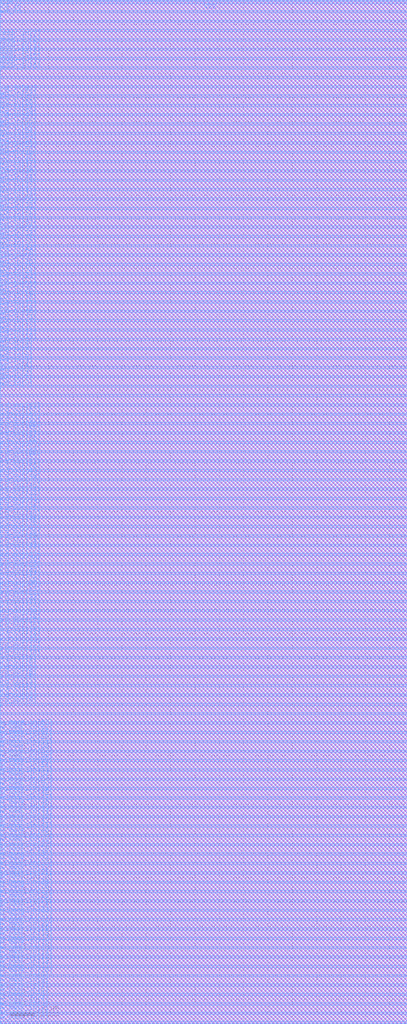
<source format=lef>
# Generated by FakeRAM 2.0
VERSION 5.7 ;
BUSBITCHARS "[]" ;
PROPERTYDEFINITIONS
  MACRO width INTEGER ;
  MACRO depth INTEGER ;
  MACRO banks INTEGER ;
END PROPERTYDEFINITIONS
MACRO fakeram7_sp_256x64
  PROPERTY width 64 ;
  PROPERTY depth 256 ;
  PROPERTY banks 2 ;
  FOREIGN fakeram7_sp_256x64 0 0 ;
  SYMMETRY X Y ;
  SIZE 16.720 BY 42.000 ;
  CLASS BLOCK ;
  PIN w_mask_in[0]
    DIRECTION INPUT ;
    USE SIGNAL ;
    SHAPE ABUTMENT ;
    PORT
      LAYER M4 ;
      RECT 0.000 0.048 0.024 0.072 ;
    END
  END w_mask_in[0]
  PIN w_mask_in[1]
    DIRECTION INPUT ;
    USE SIGNAL ;
    SHAPE ABUTMENT ;
    PORT
      LAYER M4 ;
      RECT 0.000 0.240 0.024 0.264 ;
    END
  END w_mask_in[1]
  PIN w_mask_in[2]
    DIRECTION INPUT ;
    USE SIGNAL ;
    SHAPE ABUTMENT ;
    PORT
      LAYER M4 ;
      RECT 0.000 0.432 0.024 0.456 ;
    END
  END w_mask_in[2]
  PIN w_mask_in[3]
    DIRECTION INPUT ;
    USE SIGNAL ;
    SHAPE ABUTMENT ;
    PORT
      LAYER M4 ;
      RECT 0.000 0.624 0.024 0.648 ;
    END
  END w_mask_in[3]
  PIN w_mask_in[4]
    DIRECTION INPUT ;
    USE SIGNAL ;
    SHAPE ABUTMENT ;
    PORT
      LAYER M4 ;
      RECT 0.000 0.816 0.024 0.840 ;
    END
  END w_mask_in[4]
  PIN w_mask_in[5]
    DIRECTION INPUT ;
    USE SIGNAL ;
    SHAPE ABUTMENT ;
    PORT
      LAYER M4 ;
      RECT 0.000 1.008 0.024 1.032 ;
    END
  END w_mask_in[5]
  PIN w_mask_in[6]
    DIRECTION INPUT ;
    USE SIGNAL ;
    SHAPE ABUTMENT ;
    PORT
      LAYER M4 ;
      RECT 0.000 1.200 0.024 1.224 ;
    END
  END w_mask_in[6]
  PIN w_mask_in[7]
    DIRECTION INPUT ;
    USE SIGNAL ;
    SHAPE ABUTMENT ;
    PORT
      LAYER M4 ;
      RECT 0.000 1.392 0.024 1.416 ;
    END
  END w_mask_in[7]
  PIN w_mask_in[8]
    DIRECTION INPUT ;
    USE SIGNAL ;
    SHAPE ABUTMENT ;
    PORT
      LAYER M4 ;
      RECT 0.000 1.584 0.024 1.608 ;
    END
  END w_mask_in[8]
  PIN w_mask_in[9]
    DIRECTION INPUT ;
    USE SIGNAL ;
    SHAPE ABUTMENT ;
    PORT
      LAYER M4 ;
      RECT 0.000 1.776 0.024 1.800 ;
    END
  END w_mask_in[9]
  PIN w_mask_in[10]
    DIRECTION INPUT ;
    USE SIGNAL ;
    SHAPE ABUTMENT ;
    PORT
      LAYER M4 ;
      RECT 0.000 1.968 0.024 1.992 ;
    END
  END w_mask_in[10]
  PIN w_mask_in[11]
    DIRECTION INPUT ;
    USE SIGNAL ;
    SHAPE ABUTMENT ;
    PORT
      LAYER M4 ;
      RECT 0.000 2.160 0.024 2.184 ;
    END
  END w_mask_in[11]
  PIN w_mask_in[12]
    DIRECTION INPUT ;
    USE SIGNAL ;
    SHAPE ABUTMENT ;
    PORT
      LAYER M4 ;
      RECT 0.000 2.352 0.024 2.376 ;
    END
  END w_mask_in[12]
  PIN w_mask_in[13]
    DIRECTION INPUT ;
    USE SIGNAL ;
    SHAPE ABUTMENT ;
    PORT
      LAYER M4 ;
      RECT 0.000 2.544 0.024 2.568 ;
    END
  END w_mask_in[13]
  PIN w_mask_in[14]
    DIRECTION INPUT ;
    USE SIGNAL ;
    SHAPE ABUTMENT ;
    PORT
      LAYER M4 ;
      RECT 0.000 2.736 0.024 2.760 ;
    END
  END w_mask_in[14]
  PIN w_mask_in[15]
    DIRECTION INPUT ;
    USE SIGNAL ;
    SHAPE ABUTMENT ;
    PORT
      LAYER M4 ;
      RECT 0.000 2.928 0.024 2.952 ;
    END
  END w_mask_in[15]
  PIN w_mask_in[16]
    DIRECTION INPUT ;
    USE SIGNAL ;
    SHAPE ABUTMENT ;
    PORT
      LAYER M4 ;
      RECT 0.000 3.120 0.024 3.144 ;
    END
  END w_mask_in[16]
  PIN w_mask_in[17]
    DIRECTION INPUT ;
    USE SIGNAL ;
    SHAPE ABUTMENT ;
    PORT
      LAYER M4 ;
      RECT 0.000 3.312 0.024 3.336 ;
    END
  END w_mask_in[17]
  PIN w_mask_in[18]
    DIRECTION INPUT ;
    USE SIGNAL ;
    SHAPE ABUTMENT ;
    PORT
      LAYER M4 ;
      RECT 0.000 3.504 0.024 3.528 ;
    END
  END w_mask_in[18]
  PIN w_mask_in[19]
    DIRECTION INPUT ;
    USE SIGNAL ;
    SHAPE ABUTMENT ;
    PORT
      LAYER M4 ;
      RECT 0.000 3.696 0.024 3.720 ;
    END
  END w_mask_in[19]
  PIN w_mask_in[20]
    DIRECTION INPUT ;
    USE SIGNAL ;
    SHAPE ABUTMENT ;
    PORT
      LAYER M4 ;
      RECT 0.000 3.888 0.024 3.912 ;
    END
  END w_mask_in[20]
  PIN w_mask_in[21]
    DIRECTION INPUT ;
    USE SIGNAL ;
    SHAPE ABUTMENT ;
    PORT
      LAYER M4 ;
      RECT 0.000 4.080 0.024 4.104 ;
    END
  END w_mask_in[21]
  PIN w_mask_in[22]
    DIRECTION INPUT ;
    USE SIGNAL ;
    SHAPE ABUTMENT ;
    PORT
      LAYER M4 ;
      RECT 0.000 4.272 0.024 4.296 ;
    END
  END w_mask_in[22]
  PIN w_mask_in[23]
    DIRECTION INPUT ;
    USE SIGNAL ;
    SHAPE ABUTMENT ;
    PORT
      LAYER M4 ;
      RECT 0.000 4.464 0.024 4.488 ;
    END
  END w_mask_in[23]
  PIN w_mask_in[24]
    DIRECTION INPUT ;
    USE SIGNAL ;
    SHAPE ABUTMENT ;
    PORT
      LAYER M4 ;
      RECT 0.000 4.656 0.024 4.680 ;
    END
  END w_mask_in[24]
  PIN w_mask_in[25]
    DIRECTION INPUT ;
    USE SIGNAL ;
    SHAPE ABUTMENT ;
    PORT
      LAYER M4 ;
      RECT 0.000 4.848 0.024 4.872 ;
    END
  END w_mask_in[25]
  PIN w_mask_in[26]
    DIRECTION INPUT ;
    USE SIGNAL ;
    SHAPE ABUTMENT ;
    PORT
      LAYER M4 ;
      RECT 0.000 5.040 0.024 5.064 ;
    END
  END w_mask_in[26]
  PIN w_mask_in[27]
    DIRECTION INPUT ;
    USE SIGNAL ;
    SHAPE ABUTMENT ;
    PORT
      LAYER M4 ;
      RECT 0.000 5.232 0.024 5.256 ;
    END
  END w_mask_in[27]
  PIN w_mask_in[28]
    DIRECTION INPUT ;
    USE SIGNAL ;
    SHAPE ABUTMENT ;
    PORT
      LAYER M4 ;
      RECT 0.000 5.424 0.024 5.448 ;
    END
  END w_mask_in[28]
  PIN w_mask_in[29]
    DIRECTION INPUT ;
    USE SIGNAL ;
    SHAPE ABUTMENT ;
    PORT
      LAYER M4 ;
      RECT 0.000 5.616 0.024 5.640 ;
    END
  END w_mask_in[29]
  PIN w_mask_in[30]
    DIRECTION INPUT ;
    USE SIGNAL ;
    SHAPE ABUTMENT ;
    PORT
      LAYER M4 ;
      RECT 0.000 5.808 0.024 5.832 ;
    END
  END w_mask_in[30]
  PIN w_mask_in[31]
    DIRECTION INPUT ;
    USE SIGNAL ;
    SHAPE ABUTMENT ;
    PORT
      LAYER M4 ;
      RECT 0.000 6.000 0.024 6.024 ;
    END
  END w_mask_in[31]
  PIN w_mask_in[32]
    DIRECTION INPUT ;
    USE SIGNAL ;
    SHAPE ABUTMENT ;
    PORT
      LAYER M4 ;
      RECT 0.000 6.192 0.024 6.216 ;
    END
  END w_mask_in[32]
  PIN w_mask_in[33]
    DIRECTION INPUT ;
    USE SIGNAL ;
    SHAPE ABUTMENT ;
    PORT
      LAYER M4 ;
      RECT 0.000 6.384 0.024 6.408 ;
    END
  END w_mask_in[33]
  PIN w_mask_in[34]
    DIRECTION INPUT ;
    USE SIGNAL ;
    SHAPE ABUTMENT ;
    PORT
      LAYER M4 ;
      RECT 0.000 6.576 0.024 6.600 ;
    END
  END w_mask_in[34]
  PIN w_mask_in[35]
    DIRECTION INPUT ;
    USE SIGNAL ;
    SHAPE ABUTMENT ;
    PORT
      LAYER M4 ;
      RECT 0.000 6.768 0.024 6.792 ;
    END
  END w_mask_in[35]
  PIN w_mask_in[36]
    DIRECTION INPUT ;
    USE SIGNAL ;
    SHAPE ABUTMENT ;
    PORT
      LAYER M4 ;
      RECT 0.000 6.960 0.024 6.984 ;
    END
  END w_mask_in[36]
  PIN w_mask_in[37]
    DIRECTION INPUT ;
    USE SIGNAL ;
    SHAPE ABUTMENT ;
    PORT
      LAYER M4 ;
      RECT 0.000 7.152 0.024 7.176 ;
    END
  END w_mask_in[37]
  PIN w_mask_in[38]
    DIRECTION INPUT ;
    USE SIGNAL ;
    SHAPE ABUTMENT ;
    PORT
      LAYER M4 ;
      RECT 0.000 7.344 0.024 7.368 ;
    END
  END w_mask_in[38]
  PIN w_mask_in[39]
    DIRECTION INPUT ;
    USE SIGNAL ;
    SHAPE ABUTMENT ;
    PORT
      LAYER M4 ;
      RECT 0.000 7.536 0.024 7.560 ;
    END
  END w_mask_in[39]
  PIN w_mask_in[40]
    DIRECTION INPUT ;
    USE SIGNAL ;
    SHAPE ABUTMENT ;
    PORT
      LAYER M4 ;
      RECT 0.000 7.728 0.024 7.752 ;
    END
  END w_mask_in[40]
  PIN w_mask_in[41]
    DIRECTION INPUT ;
    USE SIGNAL ;
    SHAPE ABUTMENT ;
    PORT
      LAYER M4 ;
      RECT 0.000 7.920 0.024 7.944 ;
    END
  END w_mask_in[41]
  PIN w_mask_in[42]
    DIRECTION INPUT ;
    USE SIGNAL ;
    SHAPE ABUTMENT ;
    PORT
      LAYER M4 ;
      RECT 0.000 8.112 0.024 8.136 ;
    END
  END w_mask_in[42]
  PIN w_mask_in[43]
    DIRECTION INPUT ;
    USE SIGNAL ;
    SHAPE ABUTMENT ;
    PORT
      LAYER M4 ;
      RECT 0.000 8.304 0.024 8.328 ;
    END
  END w_mask_in[43]
  PIN w_mask_in[44]
    DIRECTION INPUT ;
    USE SIGNAL ;
    SHAPE ABUTMENT ;
    PORT
      LAYER M4 ;
      RECT 0.000 8.496 0.024 8.520 ;
    END
  END w_mask_in[44]
  PIN w_mask_in[45]
    DIRECTION INPUT ;
    USE SIGNAL ;
    SHAPE ABUTMENT ;
    PORT
      LAYER M4 ;
      RECT 0.000 8.688 0.024 8.712 ;
    END
  END w_mask_in[45]
  PIN w_mask_in[46]
    DIRECTION INPUT ;
    USE SIGNAL ;
    SHAPE ABUTMENT ;
    PORT
      LAYER M4 ;
      RECT 0.000 8.880 0.024 8.904 ;
    END
  END w_mask_in[46]
  PIN w_mask_in[47]
    DIRECTION INPUT ;
    USE SIGNAL ;
    SHAPE ABUTMENT ;
    PORT
      LAYER M4 ;
      RECT 0.000 9.072 0.024 9.096 ;
    END
  END w_mask_in[47]
  PIN w_mask_in[48]
    DIRECTION INPUT ;
    USE SIGNAL ;
    SHAPE ABUTMENT ;
    PORT
      LAYER M4 ;
      RECT 0.000 9.264 0.024 9.288 ;
    END
  END w_mask_in[48]
  PIN w_mask_in[49]
    DIRECTION INPUT ;
    USE SIGNAL ;
    SHAPE ABUTMENT ;
    PORT
      LAYER M4 ;
      RECT 0.000 9.456 0.024 9.480 ;
    END
  END w_mask_in[49]
  PIN w_mask_in[50]
    DIRECTION INPUT ;
    USE SIGNAL ;
    SHAPE ABUTMENT ;
    PORT
      LAYER M4 ;
      RECT 0.000 9.648 0.024 9.672 ;
    END
  END w_mask_in[50]
  PIN w_mask_in[51]
    DIRECTION INPUT ;
    USE SIGNAL ;
    SHAPE ABUTMENT ;
    PORT
      LAYER M4 ;
      RECT 0.000 9.840 0.024 9.864 ;
    END
  END w_mask_in[51]
  PIN w_mask_in[52]
    DIRECTION INPUT ;
    USE SIGNAL ;
    SHAPE ABUTMENT ;
    PORT
      LAYER M4 ;
      RECT 0.000 10.032 0.024 10.056 ;
    END
  END w_mask_in[52]
  PIN w_mask_in[53]
    DIRECTION INPUT ;
    USE SIGNAL ;
    SHAPE ABUTMENT ;
    PORT
      LAYER M4 ;
      RECT 0.000 10.224 0.024 10.248 ;
    END
  END w_mask_in[53]
  PIN w_mask_in[54]
    DIRECTION INPUT ;
    USE SIGNAL ;
    SHAPE ABUTMENT ;
    PORT
      LAYER M4 ;
      RECT 0.000 10.416 0.024 10.440 ;
    END
  END w_mask_in[54]
  PIN w_mask_in[55]
    DIRECTION INPUT ;
    USE SIGNAL ;
    SHAPE ABUTMENT ;
    PORT
      LAYER M4 ;
      RECT 0.000 10.608 0.024 10.632 ;
    END
  END w_mask_in[55]
  PIN w_mask_in[56]
    DIRECTION INPUT ;
    USE SIGNAL ;
    SHAPE ABUTMENT ;
    PORT
      LAYER M4 ;
      RECT 0.000 10.800 0.024 10.824 ;
    END
  END w_mask_in[56]
  PIN w_mask_in[57]
    DIRECTION INPUT ;
    USE SIGNAL ;
    SHAPE ABUTMENT ;
    PORT
      LAYER M4 ;
      RECT 0.000 10.992 0.024 11.016 ;
    END
  END w_mask_in[57]
  PIN w_mask_in[58]
    DIRECTION INPUT ;
    USE SIGNAL ;
    SHAPE ABUTMENT ;
    PORT
      LAYER M4 ;
      RECT 0.000 11.184 0.024 11.208 ;
    END
  END w_mask_in[58]
  PIN w_mask_in[59]
    DIRECTION INPUT ;
    USE SIGNAL ;
    SHAPE ABUTMENT ;
    PORT
      LAYER M4 ;
      RECT 0.000 11.376 0.024 11.400 ;
    END
  END w_mask_in[59]
  PIN w_mask_in[60]
    DIRECTION INPUT ;
    USE SIGNAL ;
    SHAPE ABUTMENT ;
    PORT
      LAYER M4 ;
      RECT 0.000 11.568 0.024 11.592 ;
    END
  END w_mask_in[60]
  PIN w_mask_in[61]
    DIRECTION INPUT ;
    USE SIGNAL ;
    SHAPE ABUTMENT ;
    PORT
      LAYER M4 ;
      RECT 0.000 11.760 0.024 11.784 ;
    END
  END w_mask_in[61]
  PIN w_mask_in[62]
    DIRECTION INPUT ;
    USE SIGNAL ;
    SHAPE ABUTMENT ;
    PORT
      LAYER M4 ;
      RECT 0.000 11.952 0.024 11.976 ;
    END
  END w_mask_in[62]
  PIN w_mask_in[63]
    DIRECTION INPUT ;
    USE SIGNAL ;
    SHAPE ABUTMENT ;
    PORT
      LAYER M4 ;
      RECT 0.000 12.144 0.024 12.168 ;
    END
  END w_mask_in[63]
  PIN rd_out[0]
    DIRECTION OUTPUT ;
    USE SIGNAL ;
    SHAPE ABUTMENT ;
    PORT
      LAYER M4 ;
      RECT 0.000 13.056 0.024 13.080 ;
    END
  END rd_out[0]
  PIN rd_out[1]
    DIRECTION OUTPUT ;
    USE SIGNAL ;
    SHAPE ABUTMENT ;
    PORT
      LAYER M4 ;
      RECT 0.000 13.248 0.024 13.272 ;
    END
  END rd_out[1]
  PIN rd_out[2]
    DIRECTION OUTPUT ;
    USE SIGNAL ;
    SHAPE ABUTMENT ;
    PORT
      LAYER M4 ;
      RECT 0.000 13.440 0.024 13.464 ;
    END
  END rd_out[2]
  PIN rd_out[3]
    DIRECTION OUTPUT ;
    USE SIGNAL ;
    SHAPE ABUTMENT ;
    PORT
      LAYER M4 ;
      RECT 0.000 13.632 0.024 13.656 ;
    END
  END rd_out[3]
  PIN rd_out[4]
    DIRECTION OUTPUT ;
    USE SIGNAL ;
    SHAPE ABUTMENT ;
    PORT
      LAYER M4 ;
      RECT 0.000 13.824 0.024 13.848 ;
    END
  END rd_out[4]
  PIN rd_out[5]
    DIRECTION OUTPUT ;
    USE SIGNAL ;
    SHAPE ABUTMENT ;
    PORT
      LAYER M4 ;
      RECT 0.000 14.016 0.024 14.040 ;
    END
  END rd_out[5]
  PIN rd_out[6]
    DIRECTION OUTPUT ;
    USE SIGNAL ;
    SHAPE ABUTMENT ;
    PORT
      LAYER M4 ;
      RECT 0.000 14.208 0.024 14.232 ;
    END
  END rd_out[6]
  PIN rd_out[7]
    DIRECTION OUTPUT ;
    USE SIGNAL ;
    SHAPE ABUTMENT ;
    PORT
      LAYER M4 ;
      RECT 0.000 14.400 0.024 14.424 ;
    END
  END rd_out[7]
  PIN rd_out[8]
    DIRECTION OUTPUT ;
    USE SIGNAL ;
    SHAPE ABUTMENT ;
    PORT
      LAYER M4 ;
      RECT 0.000 14.592 0.024 14.616 ;
    END
  END rd_out[8]
  PIN rd_out[9]
    DIRECTION OUTPUT ;
    USE SIGNAL ;
    SHAPE ABUTMENT ;
    PORT
      LAYER M4 ;
      RECT 0.000 14.784 0.024 14.808 ;
    END
  END rd_out[9]
  PIN rd_out[10]
    DIRECTION OUTPUT ;
    USE SIGNAL ;
    SHAPE ABUTMENT ;
    PORT
      LAYER M4 ;
      RECT 0.000 14.976 0.024 15.000 ;
    END
  END rd_out[10]
  PIN rd_out[11]
    DIRECTION OUTPUT ;
    USE SIGNAL ;
    SHAPE ABUTMENT ;
    PORT
      LAYER M4 ;
      RECT 0.000 15.168 0.024 15.192 ;
    END
  END rd_out[11]
  PIN rd_out[12]
    DIRECTION OUTPUT ;
    USE SIGNAL ;
    SHAPE ABUTMENT ;
    PORT
      LAYER M4 ;
      RECT 0.000 15.360 0.024 15.384 ;
    END
  END rd_out[12]
  PIN rd_out[13]
    DIRECTION OUTPUT ;
    USE SIGNAL ;
    SHAPE ABUTMENT ;
    PORT
      LAYER M4 ;
      RECT 0.000 15.552 0.024 15.576 ;
    END
  END rd_out[13]
  PIN rd_out[14]
    DIRECTION OUTPUT ;
    USE SIGNAL ;
    SHAPE ABUTMENT ;
    PORT
      LAYER M4 ;
      RECT 0.000 15.744 0.024 15.768 ;
    END
  END rd_out[14]
  PIN rd_out[15]
    DIRECTION OUTPUT ;
    USE SIGNAL ;
    SHAPE ABUTMENT ;
    PORT
      LAYER M4 ;
      RECT 0.000 15.936 0.024 15.960 ;
    END
  END rd_out[15]
  PIN rd_out[16]
    DIRECTION OUTPUT ;
    USE SIGNAL ;
    SHAPE ABUTMENT ;
    PORT
      LAYER M4 ;
      RECT 0.000 16.128 0.024 16.152 ;
    END
  END rd_out[16]
  PIN rd_out[17]
    DIRECTION OUTPUT ;
    USE SIGNAL ;
    SHAPE ABUTMENT ;
    PORT
      LAYER M4 ;
      RECT 0.000 16.320 0.024 16.344 ;
    END
  END rd_out[17]
  PIN rd_out[18]
    DIRECTION OUTPUT ;
    USE SIGNAL ;
    SHAPE ABUTMENT ;
    PORT
      LAYER M4 ;
      RECT 0.000 16.512 0.024 16.536 ;
    END
  END rd_out[18]
  PIN rd_out[19]
    DIRECTION OUTPUT ;
    USE SIGNAL ;
    SHAPE ABUTMENT ;
    PORT
      LAYER M4 ;
      RECT 0.000 16.704 0.024 16.728 ;
    END
  END rd_out[19]
  PIN rd_out[20]
    DIRECTION OUTPUT ;
    USE SIGNAL ;
    SHAPE ABUTMENT ;
    PORT
      LAYER M4 ;
      RECT 0.000 16.896 0.024 16.920 ;
    END
  END rd_out[20]
  PIN rd_out[21]
    DIRECTION OUTPUT ;
    USE SIGNAL ;
    SHAPE ABUTMENT ;
    PORT
      LAYER M4 ;
      RECT 0.000 17.088 0.024 17.112 ;
    END
  END rd_out[21]
  PIN rd_out[22]
    DIRECTION OUTPUT ;
    USE SIGNAL ;
    SHAPE ABUTMENT ;
    PORT
      LAYER M4 ;
      RECT 0.000 17.280 0.024 17.304 ;
    END
  END rd_out[22]
  PIN rd_out[23]
    DIRECTION OUTPUT ;
    USE SIGNAL ;
    SHAPE ABUTMENT ;
    PORT
      LAYER M4 ;
      RECT 0.000 17.472 0.024 17.496 ;
    END
  END rd_out[23]
  PIN rd_out[24]
    DIRECTION OUTPUT ;
    USE SIGNAL ;
    SHAPE ABUTMENT ;
    PORT
      LAYER M4 ;
      RECT 0.000 17.664 0.024 17.688 ;
    END
  END rd_out[24]
  PIN rd_out[25]
    DIRECTION OUTPUT ;
    USE SIGNAL ;
    SHAPE ABUTMENT ;
    PORT
      LAYER M4 ;
      RECT 0.000 17.856 0.024 17.880 ;
    END
  END rd_out[25]
  PIN rd_out[26]
    DIRECTION OUTPUT ;
    USE SIGNAL ;
    SHAPE ABUTMENT ;
    PORT
      LAYER M4 ;
      RECT 0.000 18.048 0.024 18.072 ;
    END
  END rd_out[26]
  PIN rd_out[27]
    DIRECTION OUTPUT ;
    USE SIGNAL ;
    SHAPE ABUTMENT ;
    PORT
      LAYER M4 ;
      RECT 0.000 18.240 0.024 18.264 ;
    END
  END rd_out[27]
  PIN rd_out[28]
    DIRECTION OUTPUT ;
    USE SIGNAL ;
    SHAPE ABUTMENT ;
    PORT
      LAYER M4 ;
      RECT 0.000 18.432 0.024 18.456 ;
    END
  END rd_out[28]
  PIN rd_out[29]
    DIRECTION OUTPUT ;
    USE SIGNAL ;
    SHAPE ABUTMENT ;
    PORT
      LAYER M4 ;
      RECT 0.000 18.624 0.024 18.648 ;
    END
  END rd_out[29]
  PIN rd_out[30]
    DIRECTION OUTPUT ;
    USE SIGNAL ;
    SHAPE ABUTMENT ;
    PORT
      LAYER M4 ;
      RECT 0.000 18.816 0.024 18.840 ;
    END
  END rd_out[30]
  PIN rd_out[31]
    DIRECTION OUTPUT ;
    USE SIGNAL ;
    SHAPE ABUTMENT ;
    PORT
      LAYER M4 ;
      RECT 0.000 19.008 0.024 19.032 ;
    END
  END rd_out[31]
  PIN rd_out[32]
    DIRECTION OUTPUT ;
    USE SIGNAL ;
    SHAPE ABUTMENT ;
    PORT
      LAYER M4 ;
      RECT 0.000 19.200 0.024 19.224 ;
    END
  END rd_out[32]
  PIN rd_out[33]
    DIRECTION OUTPUT ;
    USE SIGNAL ;
    SHAPE ABUTMENT ;
    PORT
      LAYER M4 ;
      RECT 0.000 19.392 0.024 19.416 ;
    END
  END rd_out[33]
  PIN rd_out[34]
    DIRECTION OUTPUT ;
    USE SIGNAL ;
    SHAPE ABUTMENT ;
    PORT
      LAYER M4 ;
      RECT 0.000 19.584 0.024 19.608 ;
    END
  END rd_out[34]
  PIN rd_out[35]
    DIRECTION OUTPUT ;
    USE SIGNAL ;
    SHAPE ABUTMENT ;
    PORT
      LAYER M4 ;
      RECT 0.000 19.776 0.024 19.800 ;
    END
  END rd_out[35]
  PIN rd_out[36]
    DIRECTION OUTPUT ;
    USE SIGNAL ;
    SHAPE ABUTMENT ;
    PORT
      LAYER M4 ;
      RECT 0.000 19.968 0.024 19.992 ;
    END
  END rd_out[36]
  PIN rd_out[37]
    DIRECTION OUTPUT ;
    USE SIGNAL ;
    SHAPE ABUTMENT ;
    PORT
      LAYER M4 ;
      RECT 0.000 20.160 0.024 20.184 ;
    END
  END rd_out[37]
  PIN rd_out[38]
    DIRECTION OUTPUT ;
    USE SIGNAL ;
    SHAPE ABUTMENT ;
    PORT
      LAYER M4 ;
      RECT 0.000 20.352 0.024 20.376 ;
    END
  END rd_out[38]
  PIN rd_out[39]
    DIRECTION OUTPUT ;
    USE SIGNAL ;
    SHAPE ABUTMENT ;
    PORT
      LAYER M4 ;
      RECT 0.000 20.544 0.024 20.568 ;
    END
  END rd_out[39]
  PIN rd_out[40]
    DIRECTION OUTPUT ;
    USE SIGNAL ;
    SHAPE ABUTMENT ;
    PORT
      LAYER M4 ;
      RECT 0.000 20.736 0.024 20.760 ;
    END
  END rd_out[40]
  PIN rd_out[41]
    DIRECTION OUTPUT ;
    USE SIGNAL ;
    SHAPE ABUTMENT ;
    PORT
      LAYER M4 ;
      RECT 0.000 20.928 0.024 20.952 ;
    END
  END rd_out[41]
  PIN rd_out[42]
    DIRECTION OUTPUT ;
    USE SIGNAL ;
    SHAPE ABUTMENT ;
    PORT
      LAYER M4 ;
      RECT 0.000 21.120 0.024 21.144 ;
    END
  END rd_out[42]
  PIN rd_out[43]
    DIRECTION OUTPUT ;
    USE SIGNAL ;
    SHAPE ABUTMENT ;
    PORT
      LAYER M4 ;
      RECT 0.000 21.312 0.024 21.336 ;
    END
  END rd_out[43]
  PIN rd_out[44]
    DIRECTION OUTPUT ;
    USE SIGNAL ;
    SHAPE ABUTMENT ;
    PORT
      LAYER M4 ;
      RECT 0.000 21.504 0.024 21.528 ;
    END
  END rd_out[44]
  PIN rd_out[45]
    DIRECTION OUTPUT ;
    USE SIGNAL ;
    SHAPE ABUTMENT ;
    PORT
      LAYER M4 ;
      RECT 0.000 21.696 0.024 21.720 ;
    END
  END rd_out[45]
  PIN rd_out[46]
    DIRECTION OUTPUT ;
    USE SIGNAL ;
    SHAPE ABUTMENT ;
    PORT
      LAYER M4 ;
      RECT 0.000 21.888 0.024 21.912 ;
    END
  END rd_out[46]
  PIN rd_out[47]
    DIRECTION OUTPUT ;
    USE SIGNAL ;
    SHAPE ABUTMENT ;
    PORT
      LAYER M4 ;
      RECT 0.000 22.080 0.024 22.104 ;
    END
  END rd_out[47]
  PIN rd_out[48]
    DIRECTION OUTPUT ;
    USE SIGNAL ;
    SHAPE ABUTMENT ;
    PORT
      LAYER M4 ;
      RECT 0.000 22.272 0.024 22.296 ;
    END
  END rd_out[48]
  PIN rd_out[49]
    DIRECTION OUTPUT ;
    USE SIGNAL ;
    SHAPE ABUTMENT ;
    PORT
      LAYER M4 ;
      RECT 0.000 22.464 0.024 22.488 ;
    END
  END rd_out[49]
  PIN rd_out[50]
    DIRECTION OUTPUT ;
    USE SIGNAL ;
    SHAPE ABUTMENT ;
    PORT
      LAYER M4 ;
      RECT 0.000 22.656 0.024 22.680 ;
    END
  END rd_out[50]
  PIN rd_out[51]
    DIRECTION OUTPUT ;
    USE SIGNAL ;
    SHAPE ABUTMENT ;
    PORT
      LAYER M4 ;
      RECT 0.000 22.848 0.024 22.872 ;
    END
  END rd_out[51]
  PIN rd_out[52]
    DIRECTION OUTPUT ;
    USE SIGNAL ;
    SHAPE ABUTMENT ;
    PORT
      LAYER M4 ;
      RECT 0.000 23.040 0.024 23.064 ;
    END
  END rd_out[52]
  PIN rd_out[53]
    DIRECTION OUTPUT ;
    USE SIGNAL ;
    SHAPE ABUTMENT ;
    PORT
      LAYER M4 ;
      RECT 0.000 23.232 0.024 23.256 ;
    END
  END rd_out[53]
  PIN rd_out[54]
    DIRECTION OUTPUT ;
    USE SIGNAL ;
    SHAPE ABUTMENT ;
    PORT
      LAYER M4 ;
      RECT 0.000 23.424 0.024 23.448 ;
    END
  END rd_out[54]
  PIN rd_out[55]
    DIRECTION OUTPUT ;
    USE SIGNAL ;
    SHAPE ABUTMENT ;
    PORT
      LAYER M4 ;
      RECT 0.000 23.616 0.024 23.640 ;
    END
  END rd_out[55]
  PIN rd_out[56]
    DIRECTION OUTPUT ;
    USE SIGNAL ;
    SHAPE ABUTMENT ;
    PORT
      LAYER M4 ;
      RECT 0.000 23.808 0.024 23.832 ;
    END
  END rd_out[56]
  PIN rd_out[57]
    DIRECTION OUTPUT ;
    USE SIGNAL ;
    SHAPE ABUTMENT ;
    PORT
      LAYER M4 ;
      RECT 0.000 24.000 0.024 24.024 ;
    END
  END rd_out[57]
  PIN rd_out[58]
    DIRECTION OUTPUT ;
    USE SIGNAL ;
    SHAPE ABUTMENT ;
    PORT
      LAYER M4 ;
      RECT 0.000 24.192 0.024 24.216 ;
    END
  END rd_out[58]
  PIN rd_out[59]
    DIRECTION OUTPUT ;
    USE SIGNAL ;
    SHAPE ABUTMENT ;
    PORT
      LAYER M4 ;
      RECT 0.000 24.384 0.024 24.408 ;
    END
  END rd_out[59]
  PIN rd_out[60]
    DIRECTION OUTPUT ;
    USE SIGNAL ;
    SHAPE ABUTMENT ;
    PORT
      LAYER M4 ;
      RECT 0.000 24.576 0.024 24.600 ;
    END
  END rd_out[60]
  PIN rd_out[61]
    DIRECTION OUTPUT ;
    USE SIGNAL ;
    SHAPE ABUTMENT ;
    PORT
      LAYER M4 ;
      RECT 0.000 24.768 0.024 24.792 ;
    END
  END rd_out[61]
  PIN rd_out[62]
    DIRECTION OUTPUT ;
    USE SIGNAL ;
    SHAPE ABUTMENT ;
    PORT
      LAYER M4 ;
      RECT 0.000 24.960 0.024 24.984 ;
    END
  END rd_out[62]
  PIN rd_out[63]
    DIRECTION OUTPUT ;
    USE SIGNAL ;
    SHAPE ABUTMENT ;
    PORT
      LAYER M4 ;
      RECT 0.000 25.152 0.024 25.176 ;
    END
  END rd_out[63]
  PIN wd_in[0]
    DIRECTION INPUT ;
    USE SIGNAL ;
    SHAPE ABUTMENT ;
    PORT
      LAYER M4 ;
      RECT 0.000 26.064 0.024 26.088 ;
    END
  END wd_in[0]
  PIN wd_in[1]
    DIRECTION INPUT ;
    USE SIGNAL ;
    SHAPE ABUTMENT ;
    PORT
      LAYER M4 ;
      RECT 0.000 26.256 0.024 26.280 ;
    END
  END wd_in[1]
  PIN wd_in[2]
    DIRECTION INPUT ;
    USE SIGNAL ;
    SHAPE ABUTMENT ;
    PORT
      LAYER M4 ;
      RECT 0.000 26.448 0.024 26.472 ;
    END
  END wd_in[2]
  PIN wd_in[3]
    DIRECTION INPUT ;
    USE SIGNAL ;
    SHAPE ABUTMENT ;
    PORT
      LAYER M4 ;
      RECT 0.000 26.640 0.024 26.664 ;
    END
  END wd_in[3]
  PIN wd_in[4]
    DIRECTION INPUT ;
    USE SIGNAL ;
    SHAPE ABUTMENT ;
    PORT
      LAYER M4 ;
      RECT 0.000 26.832 0.024 26.856 ;
    END
  END wd_in[4]
  PIN wd_in[5]
    DIRECTION INPUT ;
    USE SIGNAL ;
    SHAPE ABUTMENT ;
    PORT
      LAYER M4 ;
      RECT 0.000 27.024 0.024 27.048 ;
    END
  END wd_in[5]
  PIN wd_in[6]
    DIRECTION INPUT ;
    USE SIGNAL ;
    SHAPE ABUTMENT ;
    PORT
      LAYER M4 ;
      RECT 0.000 27.216 0.024 27.240 ;
    END
  END wd_in[6]
  PIN wd_in[7]
    DIRECTION INPUT ;
    USE SIGNAL ;
    SHAPE ABUTMENT ;
    PORT
      LAYER M4 ;
      RECT 0.000 27.408 0.024 27.432 ;
    END
  END wd_in[7]
  PIN wd_in[8]
    DIRECTION INPUT ;
    USE SIGNAL ;
    SHAPE ABUTMENT ;
    PORT
      LAYER M4 ;
      RECT 0.000 27.600 0.024 27.624 ;
    END
  END wd_in[8]
  PIN wd_in[9]
    DIRECTION INPUT ;
    USE SIGNAL ;
    SHAPE ABUTMENT ;
    PORT
      LAYER M4 ;
      RECT 0.000 27.792 0.024 27.816 ;
    END
  END wd_in[9]
  PIN wd_in[10]
    DIRECTION INPUT ;
    USE SIGNAL ;
    SHAPE ABUTMENT ;
    PORT
      LAYER M4 ;
      RECT 0.000 27.984 0.024 28.008 ;
    END
  END wd_in[10]
  PIN wd_in[11]
    DIRECTION INPUT ;
    USE SIGNAL ;
    SHAPE ABUTMENT ;
    PORT
      LAYER M4 ;
      RECT 0.000 28.176 0.024 28.200 ;
    END
  END wd_in[11]
  PIN wd_in[12]
    DIRECTION INPUT ;
    USE SIGNAL ;
    SHAPE ABUTMENT ;
    PORT
      LAYER M4 ;
      RECT 0.000 28.368 0.024 28.392 ;
    END
  END wd_in[12]
  PIN wd_in[13]
    DIRECTION INPUT ;
    USE SIGNAL ;
    SHAPE ABUTMENT ;
    PORT
      LAYER M4 ;
      RECT 0.000 28.560 0.024 28.584 ;
    END
  END wd_in[13]
  PIN wd_in[14]
    DIRECTION INPUT ;
    USE SIGNAL ;
    SHAPE ABUTMENT ;
    PORT
      LAYER M4 ;
      RECT 0.000 28.752 0.024 28.776 ;
    END
  END wd_in[14]
  PIN wd_in[15]
    DIRECTION INPUT ;
    USE SIGNAL ;
    SHAPE ABUTMENT ;
    PORT
      LAYER M4 ;
      RECT 0.000 28.944 0.024 28.968 ;
    END
  END wd_in[15]
  PIN wd_in[16]
    DIRECTION INPUT ;
    USE SIGNAL ;
    SHAPE ABUTMENT ;
    PORT
      LAYER M4 ;
      RECT 0.000 29.136 0.024 29.160 ;
    END
  END wd_in[16]
  PIN wd_in[17]
    DIRECTION INPUT ;
    USE SIGNAL ;
    SHAPE ABUTMENT ;
    PORT
      LAYER M4 ;
      RECT 0.000 29.328 0.024 29.352 ;
    END
  END wd_in[17]
  PIN wd_in[18]
    DIRECTION INPUT ;
    USE SIGNAL ;
    SHAPE ABUTMENT ;
    PORT
      LAYER M4 ;
      RECT 0.000 29.520 0.024 29.544 ;
    END
  END wd_in[18]
  PIN wd_in[19]
    DIRECTION INPUT ;
    USE SIGNAL ;
    SHAPE ABUTMENT ;
    PORT
      LAYER M4 ;
      RECT 0.000 29.712 0.024 29.736 ;
    END
  END wd_in[19]
  PIN wd_in[20]
    DIRECTION INPUT ;
    USE SIGNAL ;
    SHAPE ABUTMENT ;
    PORT
      LAYER M4 ;
      RECT 0.000 29.904 0.024 29.928 ;
    END
  END wd_in[20]
  PIN wd_in[21]
    DIRECTION INPUT ;
    USE SIGNAL ;
    SHAPE ABUTMENT ;
    PORT
      LAYER M4 ;
      RECT 0.000 30.096 0.024 30.120 ;
    END
  END wd_in[21]
  PIN wd_in[22]
    DIRECTION INPUT ;
    USE SIGNAL ;
    SHAPE ABUTMENT ;
    PORT
      LAYER M4 ;
      RECT 0.000 30.288 0.024 30.312 ;
    END
  END wd_in[22]
  PIN wd_in[23]
    DIRECTION INPUT ;
    USE SIGNAL ;
    SHAPE ABUTMENT ;
    PORT
      LAYER M4 ;
      RECT 0.000 30.480 0.024 30.504 ;
    END
  END wd_in[23]
  PIN wd_in[24]
    DIRECTION INPUT ;
    USE SIGNAL ;
    SHAPE ABUTMENT ;
    PORT
      LAYER M4 ;
      RECT 0.000 30.672 0.024 30.696 ;
    END
  END wd_in[24]
  PIN wd_in[25]
    DIRECTION INPUT ;
    USE SIGNAL ;
    SHAPE ABUTMENT ;
    PORT
      LAYER M4 ;
      RECT 0.000 30.864 0.024 30.888 ;
    END
  END wd_in[25]
  PIN wd_in[26]
    DIRECTION INPUT ;
    USE SIGNAL ;
    SHAPE ABUTMENT ;
    PORT
      LAYER M4 ;
      RECT 0.000 31.056 0.024 31.080 ;
    END
  END wd_in[26]
  PIN wd_in[27]
    DIRECTION INPUT ;
    USE SIGNAL ;
    SHAPE ABUTMENT ;
    PORT
      LAYER M4 ;
      RECT 0.000 31.248 0.024 31.272 ;
    END
  END wd_in[27]
  PIN wd_in[28]
    DIRECTION INPUT ;
    USE SIGNAL ;
    SHAPE ABUTMENT ;
    PORT
      LAYER M4 ;
      RECT 0.000 31.440 0.024 31.464 ;
    END
  END wd_in[28]
  PIN wd_in[29]
    DIRECTION INPUT ;
    USE SIGNAL ;
    SHAPE ABUTMENT ;
    PORT
      LAYER M4 ;
      RECT 0.000 31.632 0.024 31.656 ;
    END
  END wd_in[29]
  PIN wd_in[30]
    DIRECTION INPUT ;
    USE SIGNAL ;
    SHAPE ABUTMENT ;
    PORT
      LAYER M4 ;
      RECT 0.000 31.824 0.024 31.848 ;
    END
  END wd_in[30]
  PIN wd_in[31]
    DIRECTION INPUT ;
    USE SIGNAL ;
    SHAPE ABUTMENT ;
    PORT
      LAYER M4 ;
      RECT 0.000 32.016 0.024 32.040 ;
    END
  END wd_in[31]
  PIN wd_in[32]
    DIRECTION INPUT ;
    USE SIGNAL ;
    SHAPE ABUTMENT ;
    PORT
      LAYER M4 ;
      RECT 0.000 32.208 0.024 32.232 ;
    END
  END wd_in[32]
  PIN wd_in[33]
    DIRECTION INPUT ;
    USE SIGNAL ;
    SHAPE ABUTMENT ;
    PORT
      LAYER M4 ;
      RECT 0.000 32.400 0.024 32.424 ;
    END
  END wd_in[33]
  PIN wd_in[34]
    DIRECTION INPUT ;
    USE SIGNAL ;
    SHAPE ABUTMENT ;
    PORT
      LAYER M4 ;
      RECT 0.000 32.592 0.024 32.616 ;
    END
  END wd_in[34]
  PIN wd_in[35]
    DIRECTION INPUT ;
    USE SIGNAL ;
    SHAPE ABUTMENT ;
    PORT
      LAYER M4 ;
      RECT 0.000 32.784 0.024 32.808 ;
    END
  END wd_in[35]
  PIN wd_in[36]
    DIRECTION INPUT ;
    USE SIGNAL ;
    SHAPE ABUTMENT ;
    PORT
      LAYER M4 ;
      RECT 0.000 32.976 0.024 33.000 ;
    END
  END wd_in[36]
  PIN wd_in[37]
    DIRECTION INPUT ;
    USE SIGNAL ;
    SHAPE ABUTMENT ;
    PORT
      LAYER M4 ;
      RECT 0.000 33.168 0.024 33.192 ;
    END
  END wd_in[37]
  PIN wd_in[38]
    DIRECTION INPUT ;
    USE SIGNAL ;
    SHAPE ABUTMENT ;
    PORT
      LAYER M4 ;
      RECT 0.000 33.360 0.024 33.384 ;
    END
  END wd_in[38]
  PIN wd_in[39]
    DIRECTION INPUT ;
    USE SIGNAL ;
    SHAPE ABUTMENT ;
    PORT
      LAYER M4 ;
      RECT 0.000 33.552 0.024 33.576 ;
    END
  END wd_in[39]
  PIN wd_in[40]
    DIRECTION INPUT ;
    USE SIGNAL ;
    SHAPE ABUTMENT ;
    PORT
      LAYER M4 ;
      RECT 0.000 33.744 0.024 33.768 ;
    END
  END wd_in[40]
  PIN wd_in[41]
    DIRECTION INPUT ;
    USE SIGNAL ;
    SHAPE ABUTMENT ;
    PORT
      LAYER M4 ;
      RECT 0.000 33.936 0.024 33.960 ;
    END
  END wd_in[41]
  PIN wd_in[42]
    DIRECTION INPUT ;
    USE SIGNAL ;
    SHAPE ABUTMENT ;
    PORT
      LAYER M4 ;
      RECT 0.000 34.128 0.024 34.152 ;
    END
  END wd_in[42]
  PIN wd_in[43]
    DIRECTION INPUT ;
    USE SIGNAL ;
    SHAPE ABUTMENT ;
    PORT
      LAYER M4 ;
      RECT 0.000 34.320 0.024 34.344 ;
    END
  END wd_in[43]
  PIN wd_in[44]
    DIRECTION INPUT ;
    USE SIGNAL ;
    SHAPE ABUTMENT ;
    PORT
      LAYER M4 ;
      RECT 0.000 34.512 0.024 34.536 ;
    END
  END wd_in[44]
  PIN wd_in[45]
    DIRECTION INPUT ;
    USE SIGNAL ;
    SHAPE ABUTMENT ;
    PORT
      LAYER M4 ;
      RECT 0.000 34.704 0.024 34.728 ;
    END
  END wd_in[45]
  PIN wd_in[46]
    DIRECTION INPUT ;
    USE SIGNAL ;
    SHAPE ABUTMENT ;
    PORT
      LAYER M4 ;
      RECT 0.000 34.896 0.024 34.920 ;
    END
  END wd_in[46]
  PIN wd_in[47]
    DIRECTION INPUT ;
    USE SIGNAL ;
    SHAPE ABUTMENT ;
    PORT
      LAYER M4 ;
      RECT 0.000 35.088 0.024 35.112 ;
    END
  END wd_in[47]
  PIN wd_in[48]
    DIRECTION INPUT ;
    USE SIGNAL ;
    SHAPE ABUTMENT ;
    PORT
      LAYER M4 ;
      RECT 0.000 35.280 0.024 35.304 ;
    END
  END wd_in[48]
  PIN wd_in[49]
    DIRECTION INPUT ;
    USE SIGNAL ;
    SHAPE ABUTMENT ;
    PORT
      LAYER M4 ;
      RECT 0.000 35.472 0.024 35.496 ;
    END
  END wd_in[49]
  PIN wd_in[50]
    DIRECTION INPUT ;
    USE SIGNAL ;
    SHAPE ABUTMENT ;
    PORT
      LAYER M4 ;
      RECT 0.000 35.664 0.024 35.688 ;
    END
  END wd_in[50]
  PIN wd_in[51]
    DIRECTION INPUT ;
    USE SIGNAL ;
    SHAPE ABUTMENT ;
    PORT
      LAYER M4 ;
      RECT 0.000 35.856 0.024 35.880 ;
    END
  END wd_in[51]
  PIN wd_in[52]
    DIRECTION INPUT ;
    USE SIGNAL ;
    SHAPE ABUTMENT ;
    PORT
      LAYER M4 ;
      RECT 0.000 36.048 0.024 36.072 ;
    END
  END wd_in[52]
  PIN wd_in[53]
    DIRECTION INPUT ;
    USE SIGNAL ;
    SHAPE ABUTMENT ;
    PORT
      LAYER M4 ;
      RECT 0.000 36.240 0.024 36.264 ;
    END
  END wd_in[53]
  PIN wd_in[54]
    DIRECTION INPUT ;
    USE SIGNAL ;
    SHAPE ABUTMENT ;
    PORT
      LAYER M4 ;
      RECT 0.000 36.432 0.024 36.456 ;
    END
  END wd_in[54]
  PIN wd_in[55]
    DIRECTION INPUT ;
    USE SIGNAL ;
    SHAPE ABUTMENT ;
    PORT
      LAYER M4 ;
      RECT 0.000 36.624 0.024 36.648 ;
    END
  END wd_in[55]
  PIN wd_in[56]
    DIRECTION INPUT ;
    USE SIGNAL ;
    SHAPE ABUTMENT ;
    PORT
      LAYER M4 ;
      RECT 0.000 36.816 0.024 36.840 ;
    END
  END wd_in[56]
  PIN wd_in[57]
    DIRECTION INPUT ;
    USE SIGNAL ;
    SHAPE ABUTMENT ;
    PORT
      LAYER M4 ;
      RECT 0.000 37.008 0.024 37.032 ;
    END
  END wd_in[57]
  PIN wd_in[58]
    DIRECTION INPUT ;
    USE SIGNAL ;
    SHAPE ABUTMENT ;
    PORT
      LAYER M4 ;
      RECT 0.000 37.200 0.024 37.224 ;
    END
  END wd_in[58]
  PIN wd_in[59]
    DIRECTION INPUT ;
    USE SIGNAL ;
    SHAPE ABUTMENT ;
    PORT
      LAYER M4 ;
      RECT 0.000 37.392 0.024 37.416 ;
    END
  END wd_in[59]
  PIN wd_in[60]
    DIRECTION INPUT ;
    USE SIGNAL ;
    SHAPE ABUTMENT ;
    PORT
      LAYER M4 ;
      RECT 0.000 37.584 0.024 37.608 ;
    END
  END wd_in[60]
  PIN wd_in[61]
    DIRECTION INPUT ;
    USE SIGNAL ;
    SHAPE ABUTMENT ;
    PORT
      LAYER M4 ;
      RECT 0.000 37.776 0.024 37.800 ;
    END
  END wd_in[61]
  PIN wd_in[62]
    DIRECTION INPUT ;
    USE SIGNAL ;
    SHAPE ABUTMENT ;
    PORT
      LAYER M4 ;
      RECT 0.000 37.968 0.024 37.992 ;
    END
  END wd_in[62]
  PIN wd_in[63]
    DIRECTION INPUT ;
    USE SIGNAL ;
    SHAPE ABUTMENT ;
    PORT
      LAYER M4 ;
      RECT 0.000 38.160 0.024 38.184 ;
    END
  END wd_in[63]
  PIN addr_in[0]
    DIRECTION INPUT ;
    USE SIGNAL ;
    SHAPE ABUTMENT ;
    PORT
      LAYER M4 ;
      RECT 0.000 39.072 0.024 39.096 ;
    END
  END addr_in[0]
  PIN addr_in[1]
    DIRECTION INPUT ;
    USE SIGNAL ;
    SHAPE ABUTMENT ;
    PORT
      LAYER M4 ;
      RECT 0.000 39.264 0.024 39.288 ;
    END
  END addr_in[1]
  PIN addr_in[2]
    DIRECTION INPUT ;
    USE SIGNAL ;
    SHAPE ABUTMENT ;
    PORT
      LAYER M4 ;
      RECT 0.000 39.456 0.024 39.480 ;
    END
  END addr_in[2]
  PIN addr_in[3]
    DIRECTION INPUT ;
    USE SIGNAL ;
    SHAPE ABUTMENT ;
    PORT
      LAYER M4 ;
      RECT 0.000 39.648 0.024 39.672 ;
    END
  END addr_in[3]
  PIN addr_in[4]
    DIRECTION INPUT ;
    USE SIGNAL ;
    SHAPE ABUTMENT ;
    PORT
      LAYER M4 ;
      RECT 0.000 39.840 0.024 39.864 ;
    END
  END addr_in[4]
  PIN addr_in[5]
    DIRECTION INPUT ;
    USE SIGNAL ;
    SHAPE ABUTMENT ;
    PORT
      LAYER M4 ;
      RECT 0.000 40.032 0.024 40.056 ;
    END
  END addr_in[5]
  PIN addr_in[6]
    DIRECTION INPUT ;
    USE SIGNAL ;
    SHAPE ABUTMENT ;
    PORT
      LAYER M4 ;
      RECT 0.000 40.224 0.024 40.248 ;
    END
  END addr_in[6]
  PIN addr_in[7]
    DIRECTION INPUT ;
    USE SIGNAL ;
    SHAPE ABUTMENT ;
    PORT
      LAYER M4 ;
      RECT 0.000 40.416 0.024 40.440 ;
    END
  END addr_in[7]
  PIN we_in
    DIRECTION INPUT ;
    USE SIGNAL ;
    SHAPE ABUTMENT ;
    PORT
      LAYER M4 ;
      RECT 0.000 41.328 0.024 41.352 ;
    END
  END we_in
  PIN ce_in
    DIRECTION INPUT ;
    USE SIGNAL ;
    SHAPE ABUTMENT ;
    PORT
      LAYER M4 ;
      RECT 0.000 41.520 0.024 41.544 ;
    END
  END ce_in
  PIN clk
    DIRECTION INPUT ;
    USE SIGNAL ;
    SHAPE ABUTMENT ;
    PORT
      LAYER M4 ;
      RECT 0.000 41.712 0.024 41.736 ;
    END
  END clk
  PIN VSS
    DIRECTION INOUT ;
    USE GROUND ;
    PORT
      LAYER M4 ;
      RECT 0.048 0.000 16.672 0.096 ;
      RECT 0.048 0.768 16.672 0.864 ;
      RECT 0.048 1.536 16.672 1.632 ;
      RECT 0.048 2.304 16.672 2.400 ;
      RECT 0.048 3.072 16.672 3.168 ;
      RECT 0.048 3.840 16.672 3.936 ;
      RECT 0.048 4.608 16.672 4.704 ;
      RECT 0.048 5.376 16.672 5.472 ;
      RECT 0.048 6.144 16.672 6.240 ;
      RECT 0.048 6.912 16.672 7.008 ;
      RECT 0.048 7.680 16.672 7.776 ;
      RECT 0.048 8.448 16.672 8.544 ;
      RECT 0.048 9.216 16.672 9.312 ;
      RECT 0.048 9.984 16.672 10.080 ;
      RECT 0.048 10.752 16.672 10.848 ;
      RECT 0.048 11.520 16.672 11.616 ;
      RECT 0.048 12.288 16.672 12.384 ;
      RECT 0.048 13.056 16.672 13.152 ;
      RECT 0.048 13.824 16.672 13.920 ;
      RECT 0.048 14.592 16.672 14.688 ;
      RECT 0.048 15.360 16.672 15.456 ;
      RECT 0.048 16.128 16.672 16.224 ;
      RECT 0.048 16.896 16.672 16.992 ;
      RECT 0.048 17.664 16.672 17.760 ;
      RECT 0.048 18.432 16.672 18.528 ;
      RECT 0.048 19.200 16.672 19.296 ;
      RECT 0.048 19.968 16.672 20.064 ;
      RECT 0.048 20.736 16.672 20.832 ;
      RECT 0.048 21.504 16.672 21.600 ;
      RECT 0.048 22.272 16.672 22.368 ;
      RECT 0.048 23.040 16.672 23.136 ;
      RECT 0.048 23.808 16.672 23.904 ;
      RECT 0.048 24.576 16.672 24.672 ;
      RECT 0.048 25.344 16.672 25.440 ;
      RECT 0.048 26.112 16.672 26.208 ;
      RECT 0.048 26.880 16.672 26.976 ;
      RECT 0.048 27.648 16.672 27.744 ;
      RECT 0.048 28.416 16.672 28.512 ;
      RECT 0.048 29.184 16.672 29.280 ;
      RECT 0.048 29.952 16.672 30.048 ;
      RECT 0.048 30.720 16.672 30.816 ;
      RECT 0.048 31.488 16.672 31.584 ;
      RECT 0.048 32.256 16.672 32.352 ;
      RECT 0.048 33.024 16.672 33.120 ;
      RECT 0.048 33.792 16.672 33.888 ;
      RECT 0.048 34.560 16.672 34.656 ;
      RECT 0.048 35.328 16.672 35.424 ;
      RECT 0.048 36.096 16.672 36.192 ;
      RECT 0.048 36.864 16.672 36.960 ;
      RECT 0.048 37.632 16.672 37.728 ;
      RECT 0.048 38.400 16.672 38.496 ;
      RECT 0.048 39.168 16.672 39.264 ;
      RECT 0.048 39.936 16.672 40.032 ;
      RECT 0.048 40.704 16.672 40.800 ;
      RECT 0.048 41.472 16.672 41.568 ;
    END
  END VSS
  PIN VDD
    DIRECTION INOUT ;
    USE POWER ;
    PORT
      LAYER M4 ;
      RECT 0.048 0.384 16.672 0.480 ;
      RECT 0.048 1.152 16.672 1.248 ;
      RECT 0.048 1.920 16.672 2.016 ;
      RECT 0.048 2.688 16.672 2.784 ;
      RECT 0.048 3.456 16.672 3.552 ;
      RECT 0.048 4.224 16.672 4.320 ;
      RECT 0.048 4.992 16.672 5.088 ;
      RECT 0.048 5.760 16.672 5.856 ;
      RECT 0.048 6.528 16.672 6.624 ;
      RECT 0.048 7.296 16.672 7.392 ;
      RECT 0.048 8.064 16.672 8.160 ;
      RECT 0.048 8.832 16.672 8.928 ;
      RECT 0.048 9.600 16.672 9.696 ;
      RECT 0.048 10.368 16.672 10.464 ;
      RECT 0.048 11.136 16.672 11.232 ;
      RECT 0.048 11.904 16.672 12.000 ;
      RECT 0.048 12.672 16.672 12.768 ;
      RECT 0.048 13.440 16.672 13.536 ;
      RECT 0.048 14.208 16.672 14.304 ;
      RECT 0.048 14.976 16.672 15.072 ;
      RECT 0.048 15.744 16.672 15.840 ;
      RECT 0.048 16.512 16.672 16.608 ;
      RECT 0.048 17.280 16.672 17.376 ;
      RECT 0.048 18.048 16.672 18.144 ;
      RECT 0.048 18.816 16.672 18.912 ;
      RECT 0.048 19.584 16.672 19.680 ;
      RECT 0.048 20.352 16.672 20.448 ;
      RECT 0.048 21.120 16.672 21.216 ;
      RECT 0.048 21.888 16.672 21.984 ;
      RECT 0.048 22.656 16.672 22.752 ;
      RECT 0.048 23.424 16.672 23.520 ;
      RECT 0.048 24.192 16.672 24.288 ;
      RECT 0.048 24.960 16.672 25.056 ;
      RECT 0.048 25.728 16.672 25.824 ;
      RECT 0.048 26.496 16.672 26.592 ;
      RECT 0.048 27.264 16.672 27.360 ;
      RECT 0.048 28.032 16.672 28.128 ;
      RECT 0.048 28.800 16.672 28.896 ;
      RECT 0.048 29.568 16.672 29.664 ;
      RECT 0.048 30.336 16.672 30.432 ;
      RECT 0.048 31.104 16.672 31.200 ;
      RECT 0.048 31.872 16.672 31.968 ;
      RECT 0.048 32.640 16.672 32.736 ;
      RECT 0.048 33.408 16.672 33.504 ;
      RECT 0.048 34.176 16.672 34.272 ;
      RECT 0.048 34.944 16.672 35.040 ;
      RECT 0.048 35.712 16.672 35.808 ;
      RECT 0.048 36.480 16.672 36.576 ;
      RECT 0.048 37.248 16.672 37.344 ;
      RECT 0.048 38.016 16.672 38.112 ;
      RECT 0.048 38.784 16.672 38.880 ;
      RECT 0.048 39.552 16.672 39.648 ;
      RECT 0.048 40.320 16.672 40.416 ;
      RECT 0.048 41.088 16.672 41.184 ;
      RECT 0.048 41.856 16.672 41.952 ;
    END
  END VDD
  OBS
    LAYER M1 ;
    RECT 0 0 16.720 42.000 ;
    LAYER M2 ;
    RECT 0 0 16.720 42.000 ;
    LAYER M3 ;
    RECT 0 0 16.720 42.000 ;
    LAYER M4 ;
    RECT 0 0 16.720 42.000 ;
  END
END fakeram7_sp_256x64

END LIBRARY

</source>
